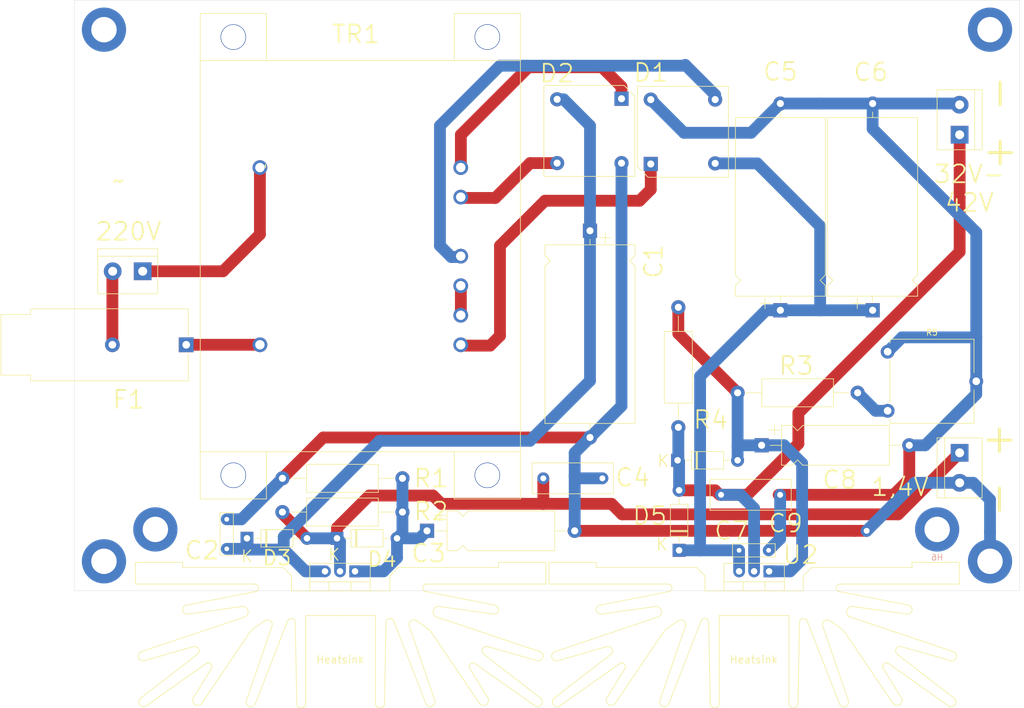
<source format=kicad_pcb>
(kicad_pcb (version 20241229) (generator "pcbnew") (generator_version "9.0")
  (layers (0 "F.Cu" signal) (2 "B.Cu" signal) (5 "F.SilkS" user "F.Silkscreen") (7 "B.SilkS" user "B.Silkscreen") (1 "F.Mask" user) (3 "B.Mask" user) (25 "Edge.Cuts" user))
  (net 0 "")
  (net 1 "/ERDE")
  (net 2 "Net-(D1-Pad3)")
  (net 3 "Net-(C1-Pad1)")
  (net 4 "Net-(D2-Pad3)")
  (net 5 "Net-(C3-Pad1)")
  (net 6 "Net-(C5-Pad1)")
  (net 7 "Net-(J1-Pad1)")
  (net 8 "Net-(D1-Pad1)")
  (net 9 "Net-(D2-Pad1)")
  (net 10 "Net-(TR1-Pad4)")
  (net 11 "Net-(H1-Pad1)")
  (net 12 "Net-(H2-Pad1)")
  (net 13 "Net-(C5-Pad2)")
  (net 14 "Net-(C9-Pad1)")
  (net 15 "Net-(C4-Pad1)")
  (net 16 "Net-(C8-Pad1)")
  (net 17 "Net-(H3-Pad1)")
  (net 18 "Net-(R3-Pad2)")
  (net 19 "Net-(H5-Pad1)")
  (net 20 "Net-(H6-Pad1)")
  (net 21 "Net-(F1-Pad1)")
  (net 22 "Net-(F1-Pad2)")
  (footprint "Capacitor_THT:CP_Axial_L18.0mm_D6.5mm_P25.00mm_Horizontal" (layer "F.Cu") (at 134.612 125.362)
    (property "Reference" "C3" (at 0.254 3.81 0) (layer "F.SilkS") (effects (font (size 3 3) (thickness 0.3))))
    (property "Value" "22µF" (hide yes))
    (pad "1" thru_hole rect (at 0 0) (size 2.4 2.4) (drill 1.2) (layers "*.Cu" "*.Mask") (net 5 "Net-(C3-Pad1)"))
    (pad "2" thru_hole oval (at 25 0) (size 2.4 2.4) (drill 1.2) (layers "*.Cu" "*.Mask") (net 1 "/ERDE"))
  )
  (footprint "Capacitor_THT:C_Rect_L13.5mm_W5.0mm_P10.00mm_FKS3_FKP3_MKS4" (layer "F.Cu") (at 184.396 119.266)
    (property "Reference" "C9" (at 10.922 4.826 0) (layer "F.SilkS") (effects (font (size 3 3) (thickness 0.3))))
    (property "Value" "1µF" (hide yes))
    (pad "1" thru_hole circle (at 0 0) (size 2 2) (drill 1) (layers "*.Cu" "*.Mask") (net 14 "Net-(C9-Pad1)"))
    (pad "2" thru_hole circle (at 10 0) (size 2 2) (drill 1) (layers "*.Cu" "*.Mask") (net 13 "Net-(C5-Pad2)"))
  )
  (footprint "Capacitor_THT:C_Rect_L13.5mm_W5.0mm_P10.00mm_FKS3_FKP3_MKS4" (layer "F.Cu") (at 154.297 116.472)
    (property "Reference" "C4" (at 15.113 -0.127 0) (layer "F.SilkS") (effects (font (size 3 3) (thickness 0.3))))
    (property "Value" "1µF" (hide yes))
    (pad "1" thru_hole circle (at 0 0) (size 2 2) (drill 1) (layers "*.Cu" "*.Mask") (net 15 "Net-(C4-Pad1)"))
    (pad "2" thru_hole circle (at 10 0) (size 2 2) (drill 1) (layers "*.Cu" "*.Mask") (net 1 "/ERDE"))
  )
  (footprint "cbaurtx:Heartsink_TO220_ver" (layer "F.Cu") (at 119.922 135.522 180)
    (property "Reference" "HS2" (hide yes))
    (property "Value" "Heatsink" (at 0 -11.6332 180) (layer "F.SilkS") (effects (font (size 1.27 1.27))))
  )
  (footprint "cbaurtx:Heartsink_TO220_ver" (layer "F.Cu") (at 189.922 135.522 180)
    (property "Reference" "HS1" (hide yes))
    (property "Value" "Heatsink" (at 0 -11.6332 0) (layer "F.SilkS") (effects (font (size 1.27 1.27))))
  )
  (footprint "TerminalBlock:TerminalBlock_bornier-2_P5.08mm" (layer "F.Cu") (at 224.782 112.154 -90)
    (property "Reference" "J2" (hide yes))
    (property "Value" "H" (hide yes))
    (pad "1" thru_hole rect (at 0 0 270) (size 3 3) (drill 1.52) (layers "*.Cu" "*.Mask") (net 15 "Net-(C4-Pad1)"))
    (pad "2" thru_hole circle (at 5.08 0 270) (size 3 3) (drill 1.52) (layers "*.Cu" "*.Mask") (net 1 "/ERDE"))
  )
  (footprint "Diode_THT:D_DO-41_SOD81_P10.16mm_Horizontal" (layer "F.Cu") (at 104.132 126.632)
    (property "Reference" "D3" (at 5.08 3.302 0) (layer "F.SilkS") (effects (font (size 2.5 2.5) (thickness 0.3))))
    (property "Value" "1N4004" (hide yes))
    (fp_text user "K" (at 0 3.048 0) (layer "F.SilkS") (effects (font (size 2 2) (thickness 0.2))))
    (pad "1" thru_hole rect (at 0 0) (size 2.2 2.2) (drill 1.1) (layers "*.Cu" "*.Mask") (net 3 "Net-(C1-Pad1)"))
    (pad "2" thru_hole oval (at 10.16 0) (size 2.2 2.2) (drill 1.1) (layers "*.Cu" "*.Mask") (net 15 "Net-(C4-Pad1)"))
  )
  (footprint "Capacitor_THT:CP_Axial_L30.0mm_D15.0mm_P35.00mm_Horizontal" (layer "F.Cu") (at 194.429 88.024 90)
    (property "Reference" "C5" (at 40.386 0 180) (layer "F.SilkS") (effects (font (size 3 3) (thickness 0.3))))
    (property "Value" "470µF 63V" (hide yes))
    (pad "1" thru_hole rect (at 0 0 90) (size 2.4 2.4) (drill 1.2) (layers "*.Cu" "*.Mask") (net 6 "Net-(C5-Pad1)"))
    (pad "2" thru_hole oval (at 35 0 90) (size 2.4 2.4) (drill 1.2) (layers "*.Cu" "*.Mask") (net 13 "Net-(C5-Pad2)"))
  )
  (footprint "TerminalBlock:TerminalBlock_bornier-2_P5.08mm" (layer "F.Cu") (at 86.479 81.42 180)
    (property "Reference" "J1" (hide yes))
    (property "Value" "Screw_Terminal_01x02" (hide yes))
    (pad "1" thru_hole rect (at 0 0 180) (size 3 3) (drill 1.52) (layers "*.Cu" "*.Mask") (net 7 "Net-(J1-Pad1)"))
    (pad "2" thru_hole circle (at 5.08 0 180) (size 3 3) (drill 1.52) (layers "*.Cu" "*.Mask") (net 22 "Net-(F1-Pad2)"))
  )
  (footprint "Capacitor_THT:CP_Axial_L18.0mm_D6.5mm_P25.00mm_Horizontal" (layer "F.Cu") (at 191.254 110.884)
    (property "Reference" "C8" (at 13.208 5.842 0) (layer "F.SilkS") (effects (font (size 3 3) (thickness 0.3))))
    (property "Value" "22µF" (hide yes))
    (pad "1" thru_hole rect (at 0 0) (size 2.4 2.4) (drill 1.2) (layers "*.Cu" "*.Mask") (net 16 "Net-(C8-Pad1)"))
    (pad "2" thru_hole oval (at 25 0) (size 2.4 2.4) (drill 1.2) (layers "*.Cu" "*.Mask") (net 13 "Net-(C5-Pad2)"))
  )
  (footprint "Capacitor_THT:CP_Axial_L30.0mm_D15.0mm_P35.00mm_Horizontal" (layer "F.Cu") (at 210.05 88.024 90)
    (property "Reference" "C6" (at 40.3225 -0.3175 180) (layer "F.SilkS") (effects (font (size 3 3) (thickness 0.3))))
    (property "Value" "470µF 63V" (hide yes))
    (pad "1" thru_hole rect (at 0 0 90) (size 2.4 2.4) (drill 1.2) (layers "*.Cu" "*.Mask") (net 6 "Net-(C5-Pad1)"))
    (pad "2" thru_hole oval (at 35 0 90) (size 2.4 2.4) (drill 1.2) (layers "*.Cu" "*.Mask") (net 13 "Net-(C5-Pad2)"))
  )
  (footprint "TerminalBlock:TerminalBlock_bornier-2_P5.08mm" (layer "F.Cu") (at 224.782 58.306 90)
    (property "Reference" "J3" (hide yes))
    (property "Value" "L" (hide yes))
    (pad "1" thru_hole rect (at 0 0 90) (size 3 3) (drill 1.52) (layers "*.Cu" "*.Mask") (net 14 "Net-(C9-Pad1)"))
    (pad "2" thru_hole circle (at 5.08 0 90) (size 3 3) (drill 1.52) (layers "*.Cu" "*.Mask") (net 13 "Net-(C5-Pad2)"))
  )
  (footprint "Diode_THT:D_DO-41_SOD81_P10.16mm_Horizontal" (layer "F.Cu") (at 177.03 113.424)
    (property "Reference" "D6" (hide yes))
    (property "Value" "1N4004" (hide yes))
    (fp_text user "K" (at -2.413 0.127 0) (layer "F.SilkS") (effects (font (size 2 2) (thickness 0.2))))
    (pad "1" thru_hole rect (at 0 0) (size 2.2 2.2) (drill 1.1) (layers "*.Cu" "*.Mask") (net 14 "Net-(C9-Pad1)"))
    (pad "2" thru_hole oval (at 10.16 0) (size 2.2 2.2) (drill 1.1) (layers "*.Cu" "*.Mask") (net 16 "Net-(C8-Pad1)"))
  )
  (footprint "Diode_THT:D_DO-41_SOD81_P10.16mm_Horizontal" (layer "F.Cu") (at 177.284 128.664 90)
    (property "Reference" "D5" (at 5.842 -4.953 180) (layer "F.SilkS") (effects (font (size 3 3) (thickness 0.3))))
    (property "Value" "1N4004" (hide yes))
    (fp_text user "K" (at 1.016 -2.921 180) (layer "F.SilkS") (effects (font (size 2 2) (thickness 0.2))))
    (pad "1" thru_hole rect (at 0 0 90) (size 2.2 2.2) (drill 1.1) (layers "*.Cu" "*.Mask") (net 6 "Net-(C5-Pad1)"))
    (pad "2" thru_hole oval (at 10.16 0 90) (size 2.2 2.2) (drill 1.1) (layers "*.Cu" "*.Mask") (net 14 "Net-(C9-Pad1)"))
  )
  (footprint "Capacitor_THT:C_Rect_L7.0mm_W2.0mm_P5.00mm" (layer "F.Cu") (at 100.703 128.41 90)
    (property "Reference" "C2" (at -0.254 -4.191 180) (layer "F.SilkS") (effects (font (size 3 3) (thickness 0.3))))
    (property "Value" "0.1µF" (hide yes))
    (pad "1" thru_hole circle (at 0 0 90) (size 1.6 1.6) (drill 0.8) (layers "*.Cu" "*.Mask") (net 3 "Net-(C1-Pad1)"))
    (pad "2" thru_hole circle (at 5 0 90) (size 1.6 1.6) (drill 0.8) (layers "*.Cu" "*.Mask") (net 1 "/ERDE"))
  )
  (footprint "Resistor_THT:R_Axial_DIN0414_L11.9mm_D4.5mm_P20.32mm_Horizontal" (layer "F.Cu") (at 187.19 101.994)
    (property "Reference" "R3" (at 9.906 -4.572 0) (layer "F.SilkS") (effects (font (size 3 3) (thickness 0.3))))
    (property "Value" "6.8kΩ" (hide yes))
    (pad "1" thru_hole circle (at 0 0) (size 2.4 2.4) (drill 1.2) (layers "*.Cu" "*.Mask") (net 16 "Net-(C8-Pad1)"))
    (pad "2" thru_hole oval (at 20.32 0) (size 2.4 2.4) (drill 1.2) (layers "*.Cu" "*.Mask") (net 18 "Net-(R3-Pad2)"))
  )
  (footprint "Resistor_THT:R_Axial_DIN0414_L11.9mm_D4.5mm_P20.32mm_Horizontal" (layer "F.Cu") (at 177.157 87.516 -90)
    (property "Reference" "R4" (at 19.05 -5.461 180) (layer "F.SilkS") (effects (font (size 3 3) (thickness 0.3))))
    (property "Value" "270Ω" (hide yes))
    (pad "1" thru_hole circle (at 0 0 270) (size 2.4 2.4) (drill 1.2) (layers "*.Cu" "*.Mask") (net 16 "Net-(C8-Pad1)"))
    (pad "2" thru_hole oval (at 20.32 0 270) (size 2.4 2.4) (drill 1.2) (layers "*.Cu" "*.Mask") (net 14 "Net-(C9-Pad1)"))
  )
  (footprint "Potentiometer_THT:Potentiometer_ACP_CA14V-15_Vertical" (layer "F.Cu") (at 212.59 105.042)
    (property "Reference" "R5" (at 7.5 -13.25 0) (layer "F.SilkS"))
    (property "Value" "2.2kΩ")
    (pad "1" thru_hole circle (at 0 0) (size 2.34 2.34) (drill 1.3) (layers "*.Cu" "*.Mask") (net 18 "Net-(R3-Pad2)"))
    (pad "2" thru_hole circle (at 15 -5) (size 2.34 2.34) (drill 1.3) (layers "*.Cu" "*.Mask") (net 13 "Net-(C5-Pad2)"))
    (pad "3" thru_hole circle (at 0 -10) (size 2.34 2.34) (drill 1.3) (layers "*.Cu" "*.Mask") (net 13 "Net-(C5-Pad2)"))
  )
  (footprint "Capacitor_THT:C_Rect_L7.0mm_W2.0mm_P5.00mm" (layer "F.Cu") (at 187.444 128.664)
    (property "Reference" "C7" (at -1.27 -3.302 0) (layer "F.SilkS") (effects (font (size 3 3) (thickness 0.3))))
    (property "Value" "0.1µF" (hide yes))
    (pad "1" thru_hole circle (at 0 0) (size 1.6 1.6) (drill 0.8) (layers "*.Cu" "*.Mask") (net 6 "Net-(C5-Pad1)"))
    (pad "2" thru_hole circle (at 5 0) (size 1.6 1.6) (drill 0.8) (layers "*.Cu" "*.Mask") (net 13 "Net-(C5-Pad2)"))
  )
  (footprint "Diode_THT:D_DO-41_SOD81_P10.16mm_Horizontal" (layer "F.Cu") (at 119.372 126.632)
    (property "Reference" "D4" (at 7.62 3.556 0) (layer "F.SilkS") (effects (font (size 2.5 2.5) (thickness 0.3))))
    (property "Value" "1N4004" (hide yes))
    (fp_text user "K" (at -0.508 2.794 0) (layer "F.SilkS") (effects (font (size 2 2) (thickness 0.2))))
    (pad "1" thru_hole rect (at 0 0) (size 2.2 2.2) (drill 1.1) (layers "*.Cu" "*.Mask") (net 15 "Net-(C4-Pad1)"))
    (pad "2" thru_hole oval (at 10.16 0) (size 2.2 2.2) (drill 1.1) (layers "*.Cu" "*.Mask") (net 5 "Net-(C3-Pad1)"))
  )
  (footprint "Package_TO_SOT_THT:TO-220-3_Vertical" (layer "F.Cu") (at 122.42 132.22 180)
    (property "Reference" "U1" (hide yes))
    (property "Value" "LM317" (hide yes))
    (pad "1" thru_hole rect (at 0 0 180) (size 1.905 2) (drill 1.1) (layers "*.Cu" "*.Mask") (net 5 "Net-(C3-Pad1)"))
    (pad "2" thru_hole oval (at 2.54 0 180) (size 1.905 2) (drill 1.1) (layers "*.Cu" "*.Mask") (net 15 "Net-(C4-Pad1)"))
    (pad "3" thru_hole oval (at 5.08 0 180) (size 1.905 2) (drill 1.1) (layers "*.Cu" "*.Mask") (net 3 "Net-(C1-Pad1)"))
  )
  (footprint "Package_TO_SOT_THT:TO-220-3_Vertical" (layer "F.Cu") (at 192.524 132.22 180)
    (property "Reference" "U2" (at -5.334 2.794 0) (layer "F.SilkS") (effects (font (size 3 3) (thickness 0.3))))
    (property "Value" "LM317HVT" (hide yes))
    (pad "1" thru_hole rect (at 0 0 180) (size 1.905 2) (drill 1.1) (layers "*.Cu" "*.Mask") (net 16 "Net-(C8-Pad1)"))
    (pad "2" thru_hole oval (at 2.54 0 180) (size 1.905 2) (drill 1.1) (layers "*.Cu" "*.Mask") (net 14 "Net-(C9-Pad1)"))
    (pad "3" thru_hole oval (at 5.08 0 180) (size 1.905 2) (drill 1.1) (layers "*.Cu" "*.Mask") (net 6 "Net-(C5-Pad1)"))
  )
  (footprint "cbaurtx:Fuseholder_Cylinder-5x20mm" (layer "F.Cu") (at 93.845 93.866 180)
    (property "Reference" "F1" (at 9.7536 -9.271 0) (layer "F.SilkS") (effects (font (size 3 3) (thickness 0.3))))
    (property "Value" "0.3A")
    (pad "1" thru_hole rect (at 0 0 180) (size 2.5 2.5) (drill 1.3) (layers "*.Cu" "*.Mask") (net 21 "Net-(F1-Pad1)"))
    (pad "2" thru_hole circle (at 12.5 0 180) (size 2.5 2.5) (drill 1.3) (layers "*.Cu" "*.Mask") (net 22 "Net-(F1-Pad2)"))
  )
  (footprint "Diode_THT:Diode_Bridge_15.1x15.1x6.3mm_P10.9mm" (layer "F.Cu") (at 172.489 63.259 90)
    (property "Reference" "D1" (at 15.464 0 0) (layer "F.SilkS") (effects (font (size 3 3) (thickness 0.3))))
    (property "Value" "B40C2300-1500B" (hide yes))
    (pad "1" thru_hole rect (at 0 0 270) (size 2.4 2.4) (drill 1.2) (layers "*.Cu" "*.Mask") (net 8 "Net-(D1-Pad1)"))
    (pad "2" thru_hole circle (at 0.1 10.9 270) (size 2.4 2.4) (drill 1.2) (layers "*.Cu" "*.Mask") (net 6 "Net-(C5-Pad1)"))
    (pad "3" thru_hole circle (at 10.9 10.9 270) (size 2.4 2.4) (drill 1.2) (layers "*.Cu" "*.Mask") (net 2 "Net-(D1-Pad3)"))
    (pad "4" thru_hole circle (at 10.9 0 270) (size 2.4 2.4) (drill 1.2) (layers "*.Cu" "*.Mask") (net 13 "Net-(C5-Pad2)"))
  )
  (footprint "Capacitor_THT:CP_Axial_L30.0mm_D15.0mm_P35.00mm_Horizontal" (layer "F.Cu") (at 162.202 74.562 -90)
    (property "Reference" "C1" (at 5.207 -10.764 90) (layer "F.SilkS") (effects (font (size 3 3) (thickness 0.3))))
    (property "Value" "1000µF" (hide yes))
    (pad "1" thru_hole rect (at 0 0 270) (size 2.4 2.4) (drill 1.2) (layers "*.Cu" "*.Mask") (net 3 "Net-(C1-Pad1)"))
    (pad "2" thru_hole oval (at 35 0 270) (size 2.4 2.4) (drill 1.2) (layers "*.Cu" "*.Mask") (net 1 "/ERDE"))
  )
  (footprint "Resistor_THT:R_Axial_DIN0414_L11.9mm_D4.5mm_P20.32mm_Horizontal" (layer "F.Cu") (at 130.452 122.187 180)
    (property "Reference" "R2" (at -4.826 0.127 0) (layer "F.SilkS") (effects (font (size 3 3) (thickness 0.3))))
    (property "Value" "270Ω" (hide yes))
    (pad "1" thru_hole circle (at 0 0 180) (size 2.4 2.4) (drill 1.2) (layers "*.Cu" "*.Mask") (net 5 "Net-(C3-Pad1)"))
    (pad "2" thru_hole oval (at 20.32 0 180) (size 2.4 2.4) (drill 1.2) (layers "*.Cu" "*.Mask") (net 15 "Net-(C4-Pad1)"))
  )
  (footprint "cbaurtx:Transmformer_220V-18V_18V_9V" (layer "F.Cu") (at 123.322 78.866 -90)
    (property "Reference" "TR1" (at -37.578 0.744 0) (layer "F.SilkS") (effects (font (size 3 3) (thickness 0.3))))
    (property "Value" "TRANSF3")
    (fp_text user "1" (at -15.24 16.51 90) (layer "F.SilkS"))
    (pad "1" thru_hole circle (at -15 17 270) (size 2.5 2.5) (drill 1.6) (layers "*.Cu" "*.Mask") (net 7 "Net-(J1-Pad1)"))
    (pad "2" thru_hole circle (at 15 17 270) (size 2.5 2.5) (drill 1.6) (layers "*.Cu" "*.Mask") (net 21 "Net-(F1-Pad1)"))
    (pad "3" thru_hole circle (at 15 -17 270) (size 2.5 2.5) (drill 1.6) (layers "*.Cu" "*.Mask") (net 8 "Net-(D1-Pad1)"))
    (pad "4" thru_hole circle (at 10 -17 270) (size 2.5 2.5) (drill 1.6) (layers "*.Cu" "*.Mask") (net 10 "Net-(TR1-Pad4)"))
    (pad "5" thru_hole circle (at 5 -17 270) (size 2.5 2.5) (drill 1.6) (layers "*.Cu" "*.Mask") (net 10 "Net-(TR1-Pad4)"))
    (pad "6" thru_hole circle (at 0 -17 270) (size 2.5 2.5) (drill 1.6) (layers "*.Cu" "*.Mask") (net 2 "Net-(D1-Pad3)"))
    (pad "7" thru_hole circle (at -10 -17 270) (size 2.5 2.5) (drill 1.6) (layers "*.Cu" "*.Mask") (net 4 "Net-(D2-Pad3)"))
    (pad "8" thru_hole circle (at -15 -17 270) (size 2.5 2.5) (drill 1.6) (layers "*.Cu" "*.Mask") (net 9 "Net-(D2-Pad1)"))
    (pad "9" thru_hole circle (at -37.1 -21.5 270) (size 4.3 4.3) (drill 4.1) (layers "*.Cu" "*.Mask"))
    (pad "9" thru_hole circle (at -37.0946 21.5002 270) (size 4.3 4.3) (drill 4.1) (layers "*.Cu" "*.Mask"))
    (pad "9" thru_hole circle (at 37.0946 21.5002 270) (size 4.3 4.3) (drill 4.1) (layers "*.Cu" "*.Mask"))
    (pad "9" thru_hole circle (at 37.1 -21.5 270) (size 4.3 4.3) (drill 4.1) (layers "*.Cu" "*.Mask"))
  )
  (footprint "Diode_THT:Diode_Bridge_15.1x15.1x6.3mm_P10.9mm" (layer "F.Cu") (at 167.536 52.21 -90)
    (property "Reference" "D2" (at -4.288 10.922 0) (layer "F.SilkS") (effects (font (size 3 3) (thickness 0.3))))
    (property "Value" "B40C2300-1500B" (hide yes))
    (pad "1" thru_hole rect (at 0 0 90) (size 2.4 2.4) (drill 1.2) (layers "*.Cu" "*.Mask") (net 9 "Net-(D2-Pad1)"))
    (pad "2" thru_hole circle (at 0.1 10.9 90) (size 2.4 2.4) (drill 1.2) (layers "*.Cu" "*.Mask") (net 3 "Net-(C1-Pad1)"))
    (pad "3" thru_hole circle (at 10.9 10.9 90) (size 2.4 2.4) (drill 1.2) (layers "*.Cu" "*.Mask") (net 4 "Net-(D2-Pad3)"))
    (pad "4" thru_hole circle (at 10.9 0 90) (size 2.4 2.4) (drill 1.2) (layers "*.Cu" "*.Mask") (net 1 "/ERDE"))
  )
  (footprint "Resistor_THT:R_Axial_DIN0414_L11.9mm_D4.5mm_P20.32mm_Horizontal" (layer "F.Cu") (at 130.452 116.472 180)
    (property "Reference" "R1" (at -4.826 0 0) (layer "F.SilkS") (effects (font (size 3 3) (thickness 0.3))))
    (property "Value" "33Ω" (hide yes))
    (pad "1" thru_hole circle (at 0 0 180) (size 2.4 2.4) (drill 1.2) (layers "*.Cu" "*.Mask") (net 5 "Net-(C3-Pad1)"))
    (pad "2" thru_hole oval (at 20.32 0 180) (size 2.4 2.4) (drill 1.2) (layers "*.Cu" "*.Mask") (net 1 "/ERDE"))
  )
  (footprint "MountingHole:MountingHole_4.3mm_M4_DIN965_Pad_TopOnly" (layer "B.Cu") (at 79.922 40.522)
    (property "Reference" "H1" (hide yes))
    (property "Value" "MountingHole_Pad" (hide yes))
    (pad "1" thru_hole circle (at 0 0) (size 4.7 4.7) (drill 4.3) (layers "*.Cu" "*.Mask") (net 11 "Net-(H1-Pad1)"))
    (pad "1" connect circle (at 0 0) (size 7.5 7.5) (layers "B.Cu" "B.Mask") (net 11 "Net-(H1-Pad1)"))
  )
  (footprint "MountingHole:MountingHole_4.3mm_M4_DIN965_Pad_TopOnly" (layer "B.Cu") (at 79.922 130.522)
    (property "Reference" "H2" (hide yes))
    (property "Value" "MountingHole_Pad" (hide yes))
    (pad "1" thru_hole circle (at 0 0) (size 4.7 4.7) (drill 4.3) (layers "*.Cu" "*.Mask") (net 12 "Net-(H2-Pad1)"))
    (pad "1" connect circle (at 0 0) (size 7.5 7.5) (layers "B.Cu" "B.Mask") (net 12 "Net-(H2-Pad1)"))
  )
  (footprint "MountingHole:MountingHole_4.3mm_M4_DIN965_Pad_TopOnly" (layer "B.Cu") (at 229.922 130.522)
    (property "Reference" "H4" (hide yes))
    (property "Value" "MountingHole_Pad" (hide yes))
    (pad "1" thru_hole circle (at 0 0) (size 4.7 4.7) (drill 4.3) (layers "*.Cu" "*.Mask") (net 1 "/ERDE"))
    (pad "1" connect circle (at 0 0) (size 7.5 7.5) (layers "B.Cu" "B.Mask") (net 1 "/ERDE"))
  )
  (footprint "MountingHole:MountingHole_4.3mm_M4_DIN965_Pad_TopOnly" (layer "B.Cu") (at 229.922 40.522)
    (property "Reference" "H3" (hide yes))
    (property "Value" "MountingHole_Pad" (hide yes))
    (pad "1" thru_hole circle (at 0 0) (size 4.7 4.7) (drill 4.3) (layers "*.Cu" "*.Mask") (net 17 "Net-(H3-Pad1)"))
    (pad "1" connect circle (at 0 0) (size 7.5 7.5) (layers "B.Cu" "B.Mask") (net 17 "Net-(H3-Pad1)"))
  )
  (footprint "MountingHole:MountingHole_4.3mm_M4_DIN965_Pad_TopOnly" (layer "B.Cu") (at 88.622 125.122)
    (property "Reference" "H5" (hide yes))
    (property "Value" "MountingHole_Pad" (hide yes))
    (pad "1" thru_hole circle (at 0 0) (size 4.7 4.7) (drill 4.3) (layers "*.Cu" "*.Mask") (net 19 "Net-(H5-Pad1)"))
    (pad "1" connect circle (at 0 0) (size 7.5 7.5) (layers "B.Cu" "B.Mask") (net 19 "Net-(H5-Pad1)"))
  )
  (footprint "MountingHole:MountingHole_4.3mm_M4_DIN965_Pad_TopOnly" (layer "B.Cu") (at 220.972 125.122)
    (property "Reference" "H6" (at 0 4.75 0) (layer "B.SilkS") (effects (justify mirror)))
    (property "Value" "MountingHole_Pad")
    (pad "1" thru_hole circle (at 0 0) (size 4.7 4.7) (drill 4.3) (layers "*.Cu" "*.Mask") (net 20 "Net-(H6-Pad1)"))
    (pad "1" connect circle (at 0 0) (size 7.5 7.5) (layers "B.Cu" "B.Mask") (net 20 "Net-(H6-Pad1)"))
  )
  (gr_line (start 234.922 135.522) (end 234.922 35.522) (stroke (width 0.05)) (layer "Edge.Cuts"))
  (gr_line (start 74.922 135.522) (end 234.922 135.522) (stroke (width 0.05)) (layer "Edge.Cuts"))
  (gr_line (start 74.922 35.522) (end 234.922 35.522) (stroke (width 0.05)) (layer "Edge.Cuts"))
  (gr_line (start 74.922 135.522) (end 74.922 35.522) (stroke (width 0.05)) (layer "Edge.Cuts"))
  (gr_text "+ -" (at 231.894 115.0115 270) (layer "F.SilkS") (effects (font (size 5 5) (thickness 0.5))))
  (gr_text "1,4V" (at 214.6855 117.9325 0) (layer "F.SilkS") (effects (font (size 3 3) (thickness 0.3))))
  (gr_text "~" (at 82.415 66.053 0) (layer "F.SilkS") (effects (font (size 3 3) (thickness 0.3))))
  (gr_text "220V ~{}" (at 85.209 74.689 0) (layer "F.SilkS") (effects (font (size 3 3) (thickness 0.3))))
  (gr_text "+ -" (at 231.259 56.3375 90) (layer "F.SilkS") (effects (font (size 5 5) (thickness 0.5))))
  (gr_text "32V-\n42V" (at 226.433 67.3865 0) (layer "F.SilkS") (effects (font (size 3 3) (thickness 0.3))))
  (segment (start 162.202 109.562) (end 117.042 109.562) (width 2) (layer "F.Cu") (net 1))
  (segment (start 209.034 125.362) (end 207.002 125.362) (width 2) (layer "F.Cu") (net 1))
  (segment (start 159.612 125.362) (end 207.002 125.362) (width 2) (layer "F.Cu") (net 1))
  (segment (start 117.042 109.562) (end 110.132 116.472) (width 2) (layer "F.Cu") (net 1))
  (via (at 209.034 125.362) (size 2) (drill 1) (layers "F.Cu" "B.Cu") (net 1))
  (segment (start 209.288 125.108) (end 209.288 125.108) (width 2) (layer "B.Cu") (net 1))
  (segment (start 167.536 63.11) (end 167.536 104.228) (width 2) (layer "B.Cu") (net 1))
  (segment (start 167.536 104.228) (end 162.202 109.562) (width 2) (layer "B.Cu") (net 1))
  (segment (start 229.922 120.088) (end 229.922 125.422) (width 2) (layer "B.Cu") (net 1))
  (segment (start 103.194 123.41) (end 110.132 116.472) (width 2) (layer "B.Cu") (net 1))
  (segment (start 100.703 123.41) (end 103.194 123.41) (width 2) (layer "B.Cu") (net 1))
  (segment (start 209.288 125.108) (end 209.034 125.362) (width 2) (layer "B.Cu") (net 1))
  (segment (start 217.162 117.234) (end 209.288 125.108) (width 2) (layer "B.Cu") (net 1))
  (segment (start 160.012 116.472) (end 159.612 116.072) (width 2) (layer "B.Cu") (net 1))
  (segment (start 159.612 112.152) (end 162.202 109.562) (width 2) (layer "B.Cu") (net 1))
  (segment (start 229.922 125.422) (end 229.922 130.522) (width 2) (layer "B.Cu") (net 1))
  (segment (start 224.782 117.234) (end 217.162 117.234) (width 2) (layer "B.Cu") (net 1))
  (segment (start 224.782 117.234) (end 227.068 117.234) (width 2) (layer "B.Cu") (net 1))
  (segment (start 159.612 116.072) (end 159.612 112.152) (width 2) (layer "B.Cu") (net 1))
  (segment (start 159.612 125.362) (end 159.612 116.072) (width 2) (layer "B.Cu") (net 1))
  (segment (start 227.068 117.234) (end 229.922 120.088) (width 2) (layer "B.Cu") (net 1))
  (segment (start 164.297 116.472) (end 160.012 116.472) (width 2) (layer "B.Cu") (net 1))
  (segment (start 183.389 51.553) (end 183.389 52.359) (width 2) (layer "B.Cu") (net 2))
  (segment (start 140.34 79.007) (end 138.707 79.007) (width 2) (layer "B.Cu") (net 2))
  (segment (start 138.707 79.007) (end 136.802 77.102) (width 2) (layer "B.Cu") (net 2))
  (segment (start 178.331 46.495) (end 183.389 51.553) (width 2) (layer "B.Cu") (net 2))
  (segment (start 136.802 77.102) (end 136.802 56.782) (width 2) (layer "B.Cu") (net 2))
  (segment (start 136.802 56.782) (end 146.962 46.622) (width 2) (layer "B.Cu") (net 2))
  (segment (start 178.204 46.622) (end 178.331 46.495) (width 2) (layer "B.Cu") (net 2))
  (segment (start 146.962 46.622) (end 178.204 46.622) (width 2) (layer "B.Cu") (net 2))
  (segment (start 110.355 128.537) (end 114.038 132.22) (width 2) (layer "B.Cu") (net 3))
  (segment (start 156.636 52.31) (end 157.73 52.31) (width 2) (layer "B.Cu") (net 3))
  (segment (start 157.73 52.31) (end 162.202 56.782) (width 2) (layer "B.Cu") (net 3))
  (segment (start 162.202 56.782) (end 162.202 74.562) (width 2) (layer "B.Cu") (net 3))
  (segment (start 110.355 128.537) (end 110.355 128.537) (width 2) (layer "B.Cu") (net 3))
  (segment (start 162.202 99.962) (end 152.042 110.122) (width 2) (layer "B.Cu") (net 3))
  (segment (start 110.355 126.378) (end 110.355 128.537) (width 2) (layer "B.Cu") (net 3))
  (segment (start 104.259 128.537) (end 110.355 128.537) (width 2) (layer "B.Cu") (net 3))
  (segment (start 104.132 128.41) (end 104.259 128.537) (width 2) (layer "B.Cu") (net 3))
  (segment (start 104.132 126.632) (end 104.132 128.41) (width 2) (layer "B.Cu") (net 3))
  (segment (start 162.202 74.562) (end 162.202 99.962) (width 2) (layer "B.Cu") (net 3))
  (segment (start 152.042 110.122) (end 126.611 110.122) (width 2) (layer "B.Cu") (net 3))
  (segment (start 117.34 132.22) (end 114.038 132.22) (width 2) (layer "B.Cu") (net 3))
  (segment (start 100.703 128.41) (end 104.132 128.41) (width 2) (layer "B.Cu") (net 3))
  (segment (start 126.611 110.122) (end 110.355 126.378) (width 2) (layer "B.Cu") (net 3))
  (segment (start 152.064 63.11) (end 156.636 63.11) (width 2) (layer "F.Cu") (net 4))
  (segment (start 140.34 69.007) (end 146.167 69.007) (width 2) (layer "F.Cu") (net 4))
  (segment (start 146.167 69.007) (end 152.064 63.11) (width 2) (layer "F.Cu") (net 4))
  (segment (start 129.532 126.632) (end 133.342 126.632) (width 2) (layer "B.Cu") (net 5))
  (segment (start 129.532 129.934) (end 129.532 126.632) (width 2) (layer "B.Cu") (net 5))
  (segment (start 133.342 126.632) (end 134.612 125.362) (width 2) (layer "B.Cu") (net 5))
  (segment (start 130.452 125.712) (end 129.532 126.632) (width 2) (layer "B.Cu") (net 5))
  (segment (start 127.246 132.22) (end 129.532 129.934) (width 2) (layer "B.Cu") (net 5))
  (segment (start 130.452 116.472) (end 130.452 122.187) (width 2) (layer "B.Cu") (net 5))
  (segment (start 130.452 122.187) (end 130.452 125.712) (width 2) (layer "B.Cu") (net 5))
  (segment (start 122.42 132.22) (end 127.246 132.22) (width 2) (layer "B.Cu") (net 5))
  (segment (start 180.84 128.664) (end 180.84 99.2) (width 2) (layer "B.Cu") (net 6))
  (segment (start 180.84 128.664) (end 177.284 128.664) (width 2) (layer "B.Cu") (net 6))
  (segment (start 201.16 73.8) (end 201.16 88.024) (width 2) (layer "B.Cu") (net 6))
  (segment (start 183.389 63.159) (end 190.519 63.159) (width 2) (layer "B.Cu") (net 6))
  (segment (start 210.05 88.024) (end 201.16 88.024) (width 2) (layer "B.Cu") (net 6))
  (segment (start 201.16 88.024) (end 194.429 88.024) (width 2) (layer "B.Cu") (net 6))
  (segment (start 187.444 128.664) (end 187.444 132.22) (width 2) (layer "B.Cu") (net 6))
  (segment (start 190.519 63.159) (end 201.16 73.8) (width 2) (layer "B.Cu") (net 6))
  (segment (start 192.016 88.024) (end 180.84 99.2) (width 2) (layer "B.Cu") (net 6))
  (segment (start 194.429 88.024) (end 192.016 88.024) (width 2) (layer "B.Cu") (net 6))
  (segment (start 187.19 128.664) (end 180.84 128.664) (width 2) (layer "B.Cu") (net 6))
  (segment (start 106.322 75.166) (end 100.068 81.42) (width 2) (layer "F.Cu") (net 7))
  (segment (start 106.322 63.866) (end 106.322 75.166) (width 2) (layer "F.Cu") (net 7))
  (segment (start 86.479 81.42) (end 100.068 81.42) (width 2) (layer "F.Cu") (net 7))
  (segment (start 140.34 94.007) (end 145.297 94.007) (width 2) (layer "F.Cu") (net 8))
  (segment (start 170.584 69.482) (end 172.489 67.577) (width 2) (layer "F.Cu") (net 8))
  (segment (start 172.489 67.577) (end 172.489 63.259) (width 2) (layer "F.Cu") (net 8))
  (segment (start 154.582 69.482) (end 170.584 69.482) (width 2) (layer "F.Cu") (net 8))
  (segment (start 145.297 94.007) (end 146.962 92.342) (width 2) (layer "F.Cu") (net 8))
  (segment (start 146.962 77.102) (end 154.582 69.482) (width 2) (layer "F.Cu") (net 8))
  (segment (start 146.962 92.342) (end 146.962 77.102) (width 2) (layer "F.Cu") (net 8))
  (segment (start 167.536 52.21) (end 167.536 50.178) (width 2) (layer "F.Cu") (net 9))
  (segment (start 167.536 50.178) (end 164.234 46.876) (width 2) (layer "F.Cu") (net 9))
  (segment (start 151.788 46.876) (end 164.234 46.876) (width 2) (layer "F.Cu") (net 9))
  (segment (start 140.34 64.007) (end 140.34 58.324) (width 2) (layer "F.Cu") (net 9))
  (segment (start 140.34 58.324) (end 151.788 46.876) (width 2) (layer "F.Cu") (net 9))
  (segment (start 140.34 84.007) (end 140.34 89.007) (width 2) (layer "F.Cu") (net 10))
  (segment (start 194.142 119.266) (end 213.606 119.266) (width 2) (layer "F.Cu") (net 13))
  (segment (start 213.606 119.266) (end 216.254 116.618) (width 2) (layer "F.Cu") (net 13))
  (segment (start 216.254 116.618) (end 216.254 110.884) (width 2) (layer "F.Cu") (net 13))
  (segment (start 210.05 53.024) (end 201.212 53.024) (width 2) (layer "B.Cu") (net 13))
  (segment (start 210.05 53.024) (end 224.58 53.024) (width 2) (layer "B.Cu") (net 13))
  (segment (start 224.58 53.024) (end 224.782 53.226) (width 2) (layer "B.Cu") (net 13))
  (segment (start 178.107 57.977) (end 172.489 52.359) (width 2) (layer "B.Cu") (net 13))
  (segment (start 216.254 110.884) (end 218.94 110.884) (width 2) (layer "B.Cu") (net 13))
  (segment (start 194.429 53.024) (end 201.212 53.024) (width 2) (layer "B.Cu") (net 13))
  (segment (start 227.59 92.61) (end 215.022 92.61) (width 2) (layer "B.Cu") (net 13))
  (segment (start 227.59 92.61) (end 227.59 90.07) (width 2) (layer "B.Cu") (net 13))
  (segment (start 227.59 102.234) (end 227.59 98.264) (width 2) (layer "B.Cu") (net 13))
  (segment (start 210.05 57.29) (end 210.05 53.024) (width 2) (layer "B.Cu") (net 13))
  (segment (start 178.107 57.977) (end 189.476 57.977) (width 2) (layer "B.Cu") (net 13))
  (segment (start 189.476 57.977) (end 194.429 53.024) (width 2) (layer "B.Cu") (net 13))
  (segment (start 215.022 92.61) (end 212.59 95.042) (width 2) (layer "B.Cu") (net 13))
  (segment (start 218.94 110.884) (end 227.59 102.234) (width 2) (layer "B.Cu") (net 13))
  (segment (start 227.59 74.83) (end 210.05 57.29) (width 2) (layer "B.Cu") (net 13))
  (segment (start 227.59 90.07) (end 227.59 74.83) (width 2) (layer "B.Cu") (net 13))
  (segment (start 194.396 126.712) (end 192.444 128.664) (width 2) (layer "B.Cu") (net 13))
  (segment (start 227.59 98.264) (end 227.59 92.61) (width 2) (layer "B.Cu") (net 13))
  (segment (start 194.396 119.266) (end 194.396 126.712) (width 2) (layer "B.Cu") (net 13))
  (segment (start 183.38 118.504) (end 184.142 119.266) (width 2) (layer "F.Cu") (net 14))
  (segment (start 197.477 110.63) (end 197.477 105.423) (width 2) (layer "F.Cu") (net 14))
  (segment (start 177.284 118.504) (end 183.38 118.504) (width 2) (layer "F.Cu") (net 14))
  (segment (start 184.396 119.266) (end 188.841 119.266) (width 2) (layer "F.Cu") (net 14))
  (segment (start 188.841 119.266) (end 197.477 110.63) (width 2) (layer "F.Cu") (net 14))
  (segment (start 197.477 105.423) (end 224.782 78.118) (width 2) (layer "F.Cu") (net 14))
  (segment (start 224.782 78.118) (end 224.782 58.306) (width 2) (layer "F.Cu") (net 14))
  (segment (start 184.396 119.266) (end 187.698 119.266) (width 2) (layer "B.Cu") (net 14))
  (segment (start 177.157 113.297) (end 177.03 113.424) (width 2) (layer "B.Cu") (net 14))
  (segment (start 187.698 119.266) (end 189.984 121.552) (width 2) (layer "B.Cu") (net 14))
  (segment (start 189.984 132.22) (end 189.984 121.552) (width 2) (layer "B.Cu") (net 14))
  (segment (start 177.284 118.504) (end 177.284 113.678) (width 2) (layer "B.Cu") (net 14))
  (segment (start 177.284 113.678) (end 177.03 113.424) (width 2) (layer "B.Cu") (net 14))
  (segment (start 177.157 107.836) (end 177.157 113.297) (width 2) (layer "B.Cu") (net 14))
  (segment (start 154.297 120.79) (end 137.025 120.79) (width 2) (layer "F.Cu") (net 15))
  (segment (start 224.782 112.154) (end 214.368 122.568) (width 2) (layer "F.Cu") (net 15))
  (segment (start 119.372 124.854) (end 119.372 126.632) (width 2) (layer "F.Cu") (net 15))
  (segment (start 137.025 120.79) (end 135.628 119.393) (width 2) (layer "F.Cu") (net 15))
  (segment (start 165.854 120.79) (end 154.297 120.79) (width 2) (layer "F.Cu") (net 15))
  (segment (start 110.132 122.472) (end 114.292 126.632) (width 2) (layer "F.Cu") (net 15))
  (segment (start 154.297 116.472) (end 154.297 120.79) (width 2) (layer "F.Cu") (net 15))
  (segment (start 124.833 119.393) (end 119.372 124.854) (width 2) (layer "F.Cu") (net 15))
  (segment (start 167.632 122.568) (end 165.854 120.79) (width 2) (layer "F.Cu") (net 15))
  (segment (start 135.628 119.393) (end 124.833 119.393) (width 2) (layer "F.Cu") (net 15))
  (segment (start 214.368 122.568) (end 167.632 122.568) (width 2) (layer "F.Cu") (net 15))
  (segment (start 110.132 122.187) (end 110.132 122.472) (width 2) (layer "F.Cu") (net 15))
  (segment (start 119.88 132.22) (end 119.88 127.14) (width 2) (layer "B.Cu") (net 15))
  (segment (start 119.88 127.14) (end 119.372 126.632) (width 2) (layer "B.Cu") (net 15))
  (segment (start 114.292 126.632) (end 119.372 126.632) (width 2) (layer "B.Cu") (net 15))
  (segment (start 177.157 91.961) (end 187.19 101.994) (width 2) (layer "F.Cu") (net 16))
  (segment (start 177.157 87.516) (end 177.157 91.961) (width 2) (layer "F.Cu") (net 16))
  (segment (start 191.254 110.884) (end 187.444 110.884) (width 2) (layer "B.Cu") (net 16))
  (segment (start 198.112 113.932) (end 195.064 110.884) (width 2) (layer "B.Cu") (net 16))
  (segment (start 187.19 111.138) (end 187.19 113.424) (width 2) (layer "B.Cu") (net 16))
  (segment (start 187.444 110.884) (end 187.19 111.138) (width 2) (layer "B.Cu") (net 16))
  (segment (start 187.19 101.994) (end 187.19 111.138) (width 2) (layer "B.Cu") (net 16))
  (segment (start 191.254 110.884) (end 195.064 110.884) (width 2) (layer "B.Cu") (net 16))
  (segment (start 196.08 132.22) (end 192.524 132.22) (width 2) (layer "B.Cu") (net 16))
  (segment (start 195.064 110.884) (end 192.016 110.884) (width 2) (layer "B.Cu") (net 16))
  (segment (start 198.112 130.188) (end 198.112 113.932) (width 2) (layer "B.Cu") (net 16))
  (segment (start 196.08 132.22) (end 198.112 130.188) (width 2) (layer "B.Cu") (net 16))
  (segment (start 210.558 105.042) (end 207.51 101.994) (width 2) (layer "B.Cu") (net 18))
  (segment (start 212.59 105.042) (end 210.558 105.042) (width 2) (layer "B.Cu") (net 18))
  (segment (start 93.845 93.866) (end 106.322 93.866) (width 2) (layer "F.Cu") (net 21))
  (segment (start 81.345 93.866) (end 81.345 81.474) (width 2) (layer "F.Cu") (net 22))
  (segment (start 81.345 81.474) (end 81.399 81.42) (width 2) (layer "F.Cu") (net 22))
)
</source>
